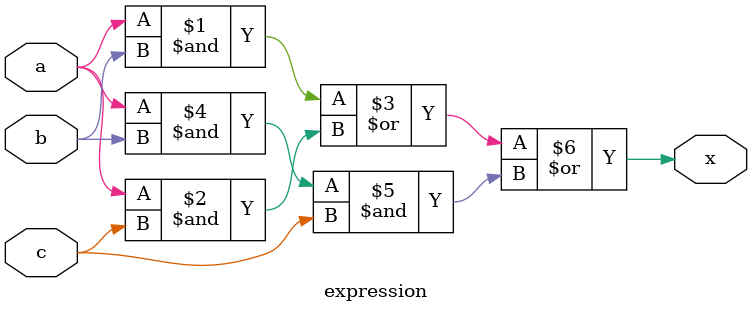
<source format=v>
`timescale 1ns / 1ps

module expression(a,b,c,x);
input a,b,c;
output x;
assign x = (a&b) | (a&c) | (a&b&c);
endmodule

</source>
